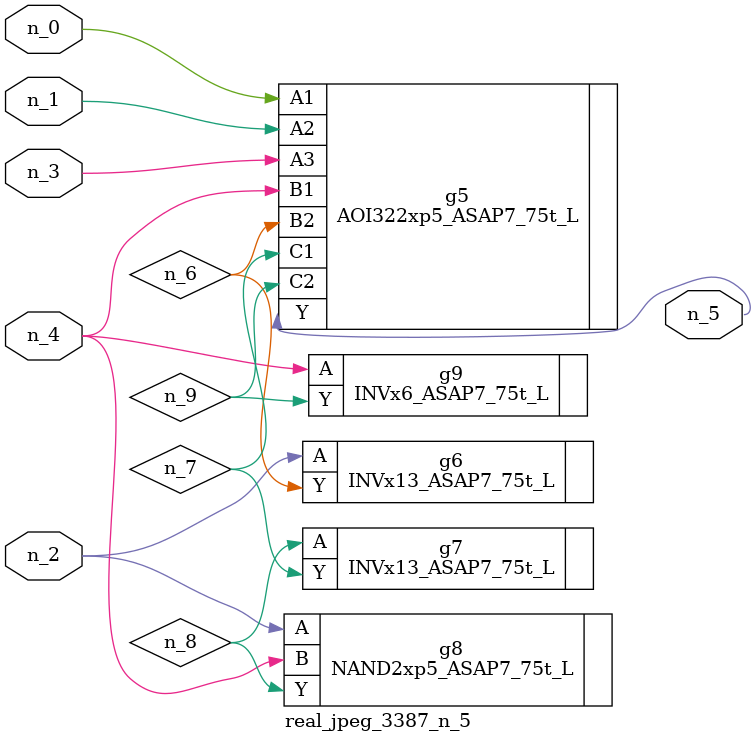
<source format=v>
module real_jpeg_3387_n_5 (n_4, n_0, n_1, n_2, n_3, n_5);

input n_4;
input n_0;
input n_1;
input n_2;
input n_3;

output n_5;

wire n_8;
wire n_6;
wire n_7;
wire n_9;

AOI322xp5_ASAP7_75t_L g5 ( 
.A1(n_0),
.A2(n_1),
.A3(n_3),
.B1(n_4),
.B2(n_6),
.C1(n_7),
.C2(n_9),
.Y(n_5)
);

INVx13_ASAP7_75t_L g6 ( 
.A(n_2),
.Y(n_6)
);

NAND2xp5_ASAP7_75t_L g8 ( 
.A(n_2),
.B(n_4),
.Y(n_8)
);

INVx6_ASAP7_75t_L g9 ( 
.A(n_4),
.Y(n_9)
);

INVx13_ASAP7_75t_L g7 ( 
.A(n_8),
.Y(n_7)
);


endmodule
</source>
